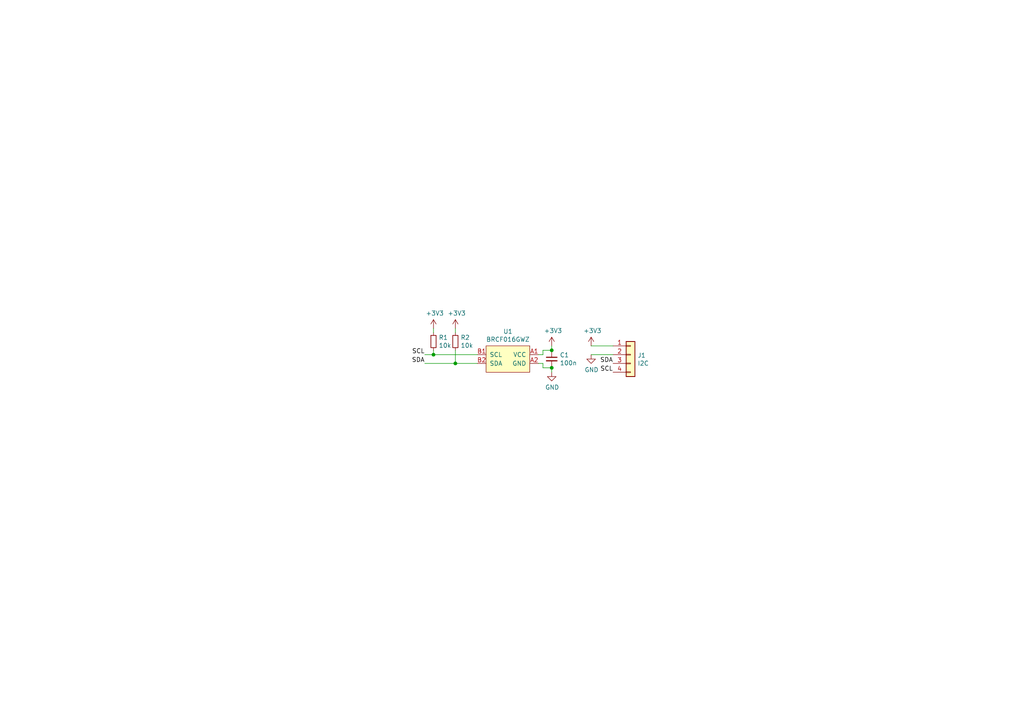
<source format=kicad_sch>
(kicad_sch (version 20230121) (generator eeschema)
  (paper "A4")
  (lib_symbols
    (symbol "BRCF016GWZ:BRCF016GWZ" (pin_names (offset 1.016))
      (property "Reference" "U" (at 0 0 0))
      (property "Value" "BRCF016GWZ" (at 0 -10.16 0))
      (symbol "BRCF016GWZ_0_1"
        (polyline (pts (xy 6.35 -1.27) (xy -6.35 -1.27) (xy -6.35 -8.89) (xy 6.35 -8.89) (xy 6.35 -1.27)) (fill (type background)))
      )
      (symbol "BRCF016GWZ_1_1"
        (pin power_in line (at 8.89 -3.81 180) (length 2.54) (name "VCC") (number "A1"))
        (pin power_in line (at 8.89 -6.35 180) (length 2.54) (name "GND") (number "A2"))
        (pin bidirectional line (at -8.89 -3.81 0) (length 2.54) (name "SCL") (number "B1"))
        (pin bidirectional line (at -8.89 -6.35 0) (length 2.54) (name "SDA") (number "B2"))
      )
    )
    (symbol "Connector_Generic:Conn_01x04" (pin_names (offset 1.016) hide)
      (property "Reference" "J" (at 0 5.08 0))
      (property "Value" "Conn_01x04" (at 0 -7.62 0))
      (symbol "Conn_01x04_1_1"
        (rectangle (start -1.27 -4.953) (end 0 -5.207) (stroke (width 0.1524)))
        (rectangle (start -1.27 -2.413) (end 0 -2.667) (stroke (width 0.1524)))
        (rectangle (start -1.27 0.127) (end 0 -0.127) (stroke (width 0.1524)))
        (rectangle (start -1.27 2.667) (end 0 2.413) (stroke (width 0.1524)))
        (rectangle (start -1.27 3.81) (end 1.27 -6.35) (stroke (width 0.254)) (fill (type background)))
        (pin passive line (at -5.08 2.54 0) (length 3.81) (name "Pin_1") (number "1"))
        (pin passive line (at -5.08 0 0) (length 3.81) (name "Pin_2") (number "2"))
        (pin passive line (at -5.08 -2.54 0) (length 3.81) (name "Pin_3") (number "3"))
        (pin passive line (at -5.08 -5.08 0) (length 3.81) (name "Pin_4") (number "4"))
      )
    )
    (symbol "Device:C_Small" (pin_numbers hide) (pin_names (offset 0.254) hide)
      (property "Reference" "C" (at 0.254 1.778 0))
      (property "Value" "C_Small" (at 0.254 -2.032 0))
      (symbol "C_Small_0_1"
        (polyline (pts (xy -1.524 -0.508) (xy 1.524 -0.508)) (stroke (width 0.3302)))
        (polyline (pts (xy -1.524 0.508) (xy 1.524 0.508)) (stroke (width 0.3048)))
      )
      (symbol "C_Small_1_1"
        (pin passive line (at 0 2.54 270) (length 2.032) (name "~") (number "1"))
        (pin passive line (at 0 -2.54 90) (length 2.032) (name "~") (number "2"))
      )
    )
    (symbol "Device:R_Small" (pin_numbers hide) (pin_names (offset 0.254) hide)
      (property "Reference" "R" (at 0.762 0.508 0))
      (property "Value" "R_Small" (at 0.762 -1.016 0))
      (symbol "R_Small_0_1"
        (rectangle (start -0.762 1.778) (end 0.762 -1.778) (stroke (width 0.2032)))
      )
      (symbol "R_Small_1_1"
        (pin passive line (at 0 2.54 270) (length 0.762) (name "~") (number "1"))
        (pin passive line (at 0 -2.54 90) (length 0.762) (name "~") (number "2"))
      )
    )
    (symbol "power:+3V3" (power) (pin_names (offset 0))
      (property "Value" "+3V3" (at 0 3.556 0))
      (symbol "+3V3_0_1"
        (polyline (pts (xy -0.762 1.27) (xy 0 2.54)))
        (polyline (pts (xy 0 0) (xy 0 2.54)))
        (polyline (pts (xy 0 2.54) (xy 0.762 1.27)))
      )
      (symbol "+3V3_1_1"
        (pin power_in line (at 0 0 90) (length 0) hide (name "+3V3") (number "1"))
      )
    )
    (symbol "power:GND" (power) (pin_names (offset 0))
      (property "Value" "GND" (at 0 -3.81 0))
      (symbol "GND_0_1"
        (polyline (pts (xy 0 0) (xy 0 -1.27) (xy 1.27 -1.27) (xy 0 -2.54) (xy -1.27 -1.27) (xy 0 -1.27)))
      )
      (symbol "GND_1_1"
        (pin power_in line (at 0 0 270) (length 0) hide (name "GND") (number "1"))
      )
    )
  )
  (junction (at 160.02 106.68))
  (junction (at 160.02 101.6))
  (junction (at 125.73 102.87))
  (junction (at 132.08 105.41))
  (wire (pts (xy 157.48 101.6) (xy 160.02 101.6)))
  (wire (pts (xy 125.73 96.52) (xy 125.73 95.25)))
  (wire (pts (xy 138.43 105.41) (xy 132.08 105.41)))
  (wire (pts (xy 132.08 96.52) (xy 132.08 95.25)))
  (wire (pts (xy 132.08 105.41) (xy 123.19 105.41)))
  (wire (pts (xy 177.8 100.33) (xy 171.45 100.33)))
  (wire (pts (xy 160.02 101.6) (xy 160.02 100.33)))
  (wire (pts (xy 125.73 101.6) (xy 125.73 102.87)))
  (wire (pts (xy 132.08 101.6) (xy 132.08 105.41)))
  (wire (pts (xy 156.21 105.41) (xy 157.48 105.41)))
  (wire (pts (xy 171.45 102.87) (xy 177.8 102.87)))
  (wire (pts (xy 138.43 102.87) (xy 125.73 102.87)))
  (wire (pts (xy 125.73 102.87) (xy 123.19 102.87)))
  (wire (pts (xy 156.21 102.87) (xy 157.48 102.87)))
  (wire (pts (xy 157.48 106.68) (xy 160.02 106.68)))
  (wire (pts (xy 157.48 105.41) (xy 157.48 106.68)))
  (wire (pts (xy 160.02 107.95) (xy 160.02 106.68)))
  (wire (pts (xy 157.48 102.87) (xy 157.48 101.6)))
  (label "SCL" (at 177.8 107.95 180))
  (label "SCL" (at 123.19 102.87 180))
  (label "SDA" (at 177.8 105.41 180))
  (label "SDA" (at 123.19 105.41 180))
  (symbol (lib_id "BRCF016GWZ:BRCF016GWZ") (at 147.32 99.06 0) (unit 1)
    (property "Reference" "U1" (at 147.32 96.139 0))
    (property "Value" "BRCF016GWZ" (at 147.32 98.4504 0))
    (property "Footprint" "Package_BGA:WLP-4_0.86x0.86mm_P0.4mm" (effects hide))
  )
  (symbol (lib_id "Device:C_Small") (at 160.02 104.14 0) (unit 1)
    (property "Reference" "C1" (at 162.3568 102.9716 0) (effects (justify left)))
    (property "Value" "100n" (at 162.3568 105.283 0) (effects (justify left)))
    (property "Footprint" "Capacitor_SMD:C_0805_2012Metric" (effects hide))
  )
  (symbol (lib_id "power:+3V3") (at 160.02 100.33 0) (unit 1)
    (property "Reference" "#PWR0101" (effects hide))
    (property "Value" "+3V3" (at 160.401 95.9358 0))
  )
  (symbol (lib_id "power:GND") (at 160.02 107.95 0) (unit 1)
    (property "Reference" "#PWR0102" (effects hide))
    (property "Value" "GND" (at 160.147 112.3442 0))
  )
  (symbol (lib_id "Device:R_Small") (at 132.08 99.06 0) (unit 1)
    (property "Reference" "R2" (at 133.5786 97.8916 0) (effects (justify left)))
    (property "Value" "10k" (at 133.5786 100.203 0) (effects (justify left)))
    (property "Footprint" "Resistor_SMD:R_0603_1608Metric" (effects hide))
  )
  (symbol (lib_id "Device:R_Small") (at 125.73 99.06 0) (unit 1)
    (property "Reference" "R1" (at 127.2286 97.8916 0) (effects (justify left)))
    (property "Value" "10k" (at 127.2286 100.203 0) (effects (justify left)))
    (property "Footprint" "Resistor_SMD:R_0603_1608Metric" (effects hide))
  )
  (symbol (lib_id "power:+3V3") (at 132.08 95.25 0) (unit 1)
    (property "Reference" "#PWR0103" (effects hide))
    (property "Value" "+3V3" (at 132.461 90.8558 0))
  )
  (symbol (lib_id "power:+3V3") (at 125.73 95.25 0) (unit 1)
    (property "Reference" "#PWR0104" (effects hide))
    (property "Value" "+3V3" (at 126.111 90.8558 0))
  )
  (symbol (lib_id "Connector_Generic:Conn_01x04") (at 182.88 102.87 0) (unit 1)
    (property "Reference" "J1" (at 184.912 103.0732 0) (effects (justify left)))
    (property "Value" "I2C" (at 184.912 105.3846 0) (effects (justify left)))
    (property "Footprint" "Connector_PinHeader_2.54mm:PinHeader_1x04_P2.54mm_Vertical" (effects hide))
  )
  (symbol (lib_id "power:+3V3") (at 171.45 100.33 0) (unit 1)
    (property "Reference" "#PWR0105" (effects hide))
    (property "Value" "+3V3" (at 171.831 95.9358 0))
  )
  (symbol (lib_id "power:GND") (at 171.45 102.87 0) (unit 1)
    (property "Reference" "#PWR0106" (effects hide))
    (property "Value" "GND" (at 171.577 107.2642 0))
  )
)
</source>
